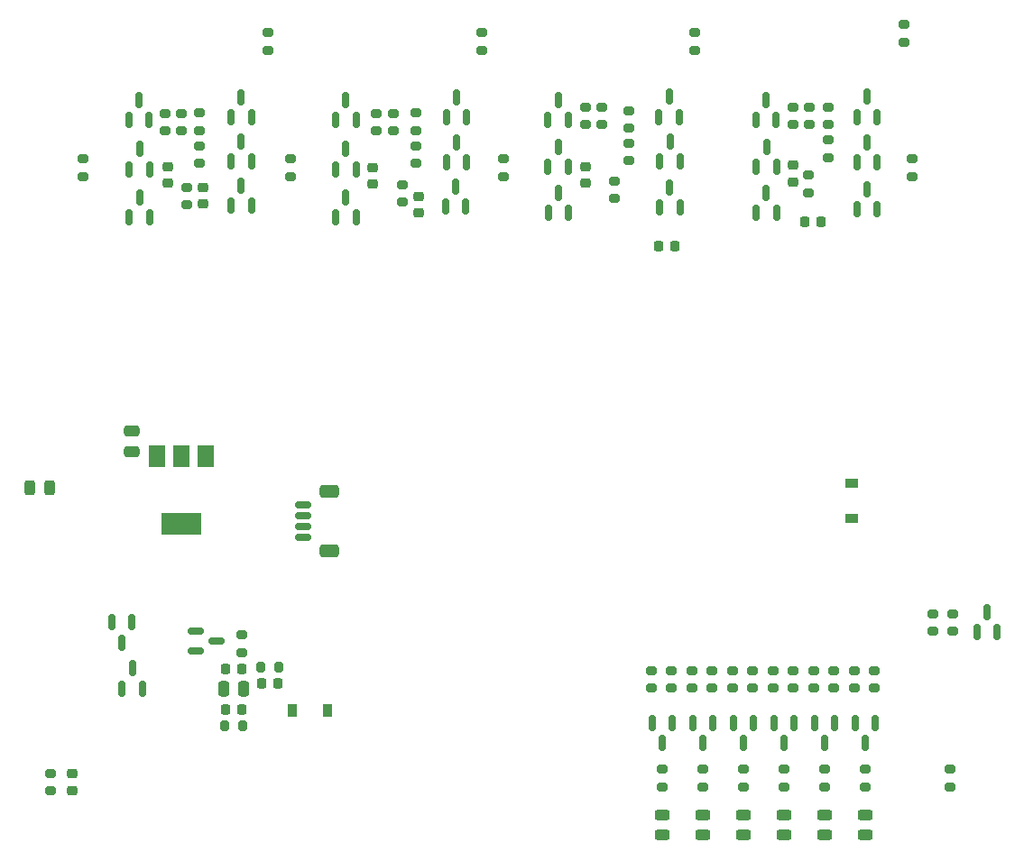
<source format=gtp>
G04 #@! TF.GenerationSoftware,KiCad,Pcbnew,9.0.4-9.0.4-0~ubuntu22.04.1*
G04 #@! TF.CreationDate,2025-09-29T06:12:51-06:00*
G04 #@! TF.ProjectId,hootswitch,686f6f74-7377-4697-9463-682e6b696361,rev?*
G04 #@! TF.SameCoordinates,Original*
G04 #@! TF.FileFunction,Paste,Top*
G04 #@! TF.FilePolarity,Positive*
%FSLAX46Y46*%
G04 Gerber Fmt 4.6, Leading zero omitted, Abs format (unit mm)*
G04 Created by KiCad (PCBNEW 9.0.4-9.0.4-0~ubuntu22.04.1) date 2025-09-29 06:12:51*
%MOMM*%
%LPD*%
G01*
G04 APERTURE LIST*
G04 Aperture macros list*
%AMRoundRect*
0 Rectangle with rounded corners*
0 $1 Rounding radius*
0 $2 $3 $4 $5 $6 $7 $8 $9 X,Y pos of 4 corners*
0 Add a 4 corners polygon primitive as box body*
4,1,4,$2,$3,$4,$5,$6,$7,$8,$9,$2,$3,0*
0 Add four circle primitives for the rounded corners*
1,1,$1+$1,$2,$3*
1,1,$1+$1,$4,$5*
1,1,$1+$1,$6,$7*
1,1,$1+$1,$8,$9*
0 Add four rect primitives between the rounded corners*
20,1,$1+$1,$2,$3,$4,$5,0*
20,1,$1+$1,$4,$5,$6,$7,0*
20,1,$1+$1,$6,$7,$8,$9,0*
20,1,$1+$1,$8,$9,$2,$3,0*%
G04 Aperture macros list end*
%ADD10RoundRect,0.200000X-0.275000X0.200000X-0.275000X-0.200000X0.275000X-0.200000X0.275000X0.200000X0*%
%ADD11RoundRect,0.150000X0.150000X-0.587500X0.150000X0.587500X-0.150000X0.587500X-0.150000X-0.587500X0*%
%ADD12RoundRect,0.200000X0.275000X-0.200000X0.275000X0.200000X-0.275000X0.200000X-0.275000X-0.200000X0*%
%ADD13RoundRect,0.243750X-0.456250X0.243750X-0.456250X-0.243750X0.456250X-0.243750X0.456250X0.243750X0*%
%ADD14RoundRect,0.225000X0.225000X0.250000X-0.225000X0.250000X-0.225000X-0.250000X0.225000X-0.250000X0*%
%ADD15RoundRect,0.225000X-0.250000X0.225000X-0.250000X-0.225000X0.250000X-0.225000X0.250000X0.225000X0*%
%ADD16RoundRect,0.218750X-0.256250X0.218750X-0.256250X-0.218750X0.256250X-0.218750X0.256250X0.218750X0*%
%ADD17RoundRect,0.243750X0.243750X0.456250X-0.243750X0.456250X-0.243750X-0.456250X0.243750X-0.456250X0*%
%ADD18RoundRect,0.150000X-0.150000X0.587500X-0.150000X-0.587500X0.150000X-0.587500X0.150000X0.587500X0*%
%ADD19RoundRect,0.150000X-0.587500X-0.150000X0.587500X-0.150000X0.587500X0.150000X-0.587500X0.150000X0*%
%ADD20R,1.500000X2.000000*%
%ADD21R,3.800000X2.000000*%
%ADD22RoundRect,0.200000X-0.200000X-0.275000X0.200000X-0.275000X0.200000X0.275000X-0.200000X0.275000X0*%
%ADD23RoundRect,0.200000X0.200000X0.275000X-0.200000X0.275000X-0.200000X-0.275000X0.200000X-0.275000X0*%
%ADD24RoundRect,0.225000X-0.225000X-0.250000X0.225000X-0.250000X0.225000X0.250000X-0.225000X0.250000X0*%
%ADD25RoundRect,0.150000X-0.625000X0.150000X-0.625000X-0.150000X0.625000X-0.150000X0.625000X0.150000X0*%
%ADD26RoundRect,0.250000X-0.650000X0.350000X-0.650000X-0.350000X0.650000X-0.350000X0.650000X0.350000X0*%
%ADD27R,0.900000X1.200000*%
%ADD28RoundRect,0.250000X0.475000X-0.250000X0.475000X0.250000X-0.475000X0.250000X-0.475000X-0.250000X0*%
%ADD29R,1.200000X0.900000*%
%ADD30RoundRect,0.250000X0.250000X0.475000X-0.250000X0.475000X-0.250000X-0.475000X0.250000X-0.475000X0*%
G04 APERTURE END LIST*
D10*
X138010000Y-76080000D03*
X138010000Y-77730000D03*
X108810000Y-69070000D03*
X108810000Y-70720000D03*
X71350000Y-80940000D03*
X71350000Y-82590000D03*
D11*
X144010000Y-85645000D03*
X145910000Y-85645000D03*
X144960000Y-83770000D03*
D12*
X120110000Y-77710000D03*
X120110000Y-76060000D03*
X125730000Y-139890000D03*
X125730000Y-138240000D03*
D10*
X79130000Y-76635000D03*
X79130000Y-78285000D03*
D11*
X125510000Y-85455000D03*
X127410000Y-85455000D03*
X126460000Y-83580000D03*
D10*
X82300000Y-76630000D03*
X82300000Y-78280000D03*
D13*
X133350000Y-142572500D03*
X133350000Y-144447500D03*
D10*
X118520000Y-76080000D03*
X118520000Y-77730000D03*
D11*
X134550000Y-77285000D03*
X136450000Y-77285000D03*
X135500000Y-75410000D03*
X115050000Y-86005000D03*
X116950000Y-86005000D03*
X116000000Y-84130000D03*
D10*
X132334000Y-128969000D03*
X132334000Y-130619000D03*
D12*
X137160000Y-139890000D03*
X137160000Y-138240000D03*
D14*
X86300000Y-128790000D03*
X84750000Y-128790000D03*
D15*
X98590000Y-81750000D03*
X98590000Y-83300000D03*
D10*
X136144000Y-128969000D03*
X136144000Y-130619000D03*
X68326000Y-138621000D03*
X68326000Y-140271000D03*
D16*
X70358000Y-138658500D03*
X70358000Y-140233500D03*
D10*
X148450000Y-68310000D03*
X148450000Y-69960000D03*
D17*
X68255000Y-111800000D03*
X66380000Y-111800000D03*
D11*
X125530000Y-81200000D03*
X127430000Y-81200000D03*
X126480000Y-79325000D03*
X95120000Y-86425000D03*
X97020000Y-86425000D03*
X96070000Y-84550000D03*
D10*
X90840000Y-80920000D03*
X90840000Y-82570000D03*
X139460000Y-82460000D03*
X139460000Y-84110000D03*
D11*
X75740000Y-81890000D03*
X77640000Y-81890000D03*
X76690000Y-80015000D03*
D18*
X75990000Y-124465000D03*
X74090000Y-124465000D03*
X75040000Y-126340000D03*
D14*
X140660000Y-86840000D03*
X139110000Y-86840000D03*
D11*
X155260000Y-125397500D03*
X157160000Y-125397500D03*
X156210000Y-123522500D03*
D18*
X134300000Y-133936500D03*
X132400000Y-133936500D03*
X133350000Y-135811500D03*
D10*
X122590000Y-79450000D03*
X122590000Y-81100000D03*
D12*
X129540000Y-139890000D03*
X129540000Y-138240000D03*
D10*
X128524000Y-128969000D03*
X128524000Y-130619000D03*
X102600000Y-79705000D03*
X102600000Y-81355000D03*
D12*
X134239000Y-130619000D03*
X134239000Y-128969000D03*
D18*
X126680000Y-133936500D03*
X124780000Y-133936500D03*
X125730000Y-135811500D03*
D19*
X82015000Y-125230000D03*
X82015000Y-127130000D03*
X83890000Y-126180000D03*
D15*
X79350000Y-81660000D03*
X79350000Y-83210000D03*
D13*
X140970000Y-142572500D03*
X140970000Y-144447500D03*
D11*
X95120000Y-77285000D03*
X97020000Y-77285000D03*
X96070000Y-75410000D03*
D12*
X80640000Y-78285000D03*
X80640000Y-76635000D03*
D13*
X125730000Y-142572500D03*
X125730000Y-144447500D03*
D12*
X126619000Y-130619000D03*
X126619000Y-128969000D03*
D11*
X134570000Y-86005000D03*
X136470000Y-86005000D03*
X135520000Y-84130000D03*
D10*
X81100000Y-83575000D03*
X81100000Y-85225000D03*
X82300000Y-79705000D03*
X82300000Y-81355000D03*
D14*
X86300000Y-132600000D03*
X84750000Y-132600000D03*
D10*
X153035000Y-123635000D03*
X153035000Y-125285000D03*
D11*
X75740000Y-86430000D03*
X77640000Y-86430000D03*
X76690000Y-84555000D03*
D20*
X82945000Y-108864000D03*
X80645000Y-108864000D03*
D21*
X80645000Y-115164000D03*
D20*
X78345000Y-108864000D03*
D10*
X151130000Y-123635000D03*
X151130000Y-125285000D03*
X102600000Y-76630000D03*
X102600000Y-78280000D03*
D22*
X88090000Y-128630000D03*
X89740000Y-128630000D03*
D14*
X89675000Y-130175000D03*
X88125000Y-130175000D03*
D23*
X86340000Y-134190000D03*
X84690000Y-134190000D03*
D18*
X138110000Y-133936500D03*
X136210000Y-133936500D03*
X137160000Y-135811500D03*
D11*
X144000000Y-76980000D03*
X145900000Y-76980000D03*
X144950000Y-75105000D03*
D10*
X121250000Y-83000000D03*
X121250000Y-84650000D03*
D24*
X125415000Y-89150000D03*
X126965000Y-89150000D03*
D11*
X105430000Y-85410000D03*
X107330000Y-85410000D03*
X106380000Y-83535000D03*
X105480000Y-81235000D03*
X107380000Y-81235000D03*
X106430000Y-79360000D03*
D12*
X100550000Y-78320000D03*
X100550000Y-76670000D03*
D11*
X95120000Y-81890000D03*
X97020000Y-81890000D03*
X96070000Y-80015000D03*
D10*
X128800000Y-69085000D03*
X128800000Y-70735000D03*
D12*
X138049000Y-130619000D03*
X138049000Y-128969000D03*
D11*
X85290000Y-77040000D03*
X87190000Y-77040000D03*
X86240000Y-75165000D03*
D10*
X101370000Y-83360000D03*
X101370000Y-85010000D03*
X141320000Y-76070000D03*
X141320000Y-77720000D03*
D15*
X138000000Y-81530000D03*
X138000000Y-83080000D03*
D11*
X115020000Y-81710000D03*
X116920000Y-81710000D03*
X115970000Y-79835000D03*
D10*
X152781000Y-138240000D03*
X152781000Y-139890000D03*
D11*
X75060000Y-130650000D03*
X76960000Y-130650000D03*
X76010000Y-128775000D03*
D12*
X140970000Y-139890000D03*
X140970000Y-138240000D03*
D11*
X85290000Y-81195000D03*
X87190000Y-81195000D03*
X86240000Y-79320000D03*
D12*
X133350000Y-139890000D03*
X133350000Y-138240000D03*
X139580000Y-77730000D03*
X139580000Y-76080000D03*
D11*
X85290000Y-85325000D03*
X87190000Y-85325000D03*
X86240000Y-83450000D03*
D25*
X92020000Y-113435000D03*
X92020000Y-114435000D03*
X92020000Y-115435000D03*
X92020000Y-116435000D03*
D26*
X94545000Y-112135000D03*
X94545000Y-117735000D03*
D10*
X88780000Y-69070000D03*
X88780000Y-70720000D03*
D15*
X118580000Y-81650000D03*
X118580000Y-83200000D03*
D10*
X141320000Y-79155000D03*
X141320000Y-80805000D03*
D11*
X105480000Y-77040000D03*
X107380000Y-77040000D03*
X106430000Y-75165000D03*
D27*
X94360000Y-132730000D03*
X91060000Y-132730000D03*
D18*
X130490000Y-133936500D03*
X128590000Y-133936500D03*
X129540000Y-135811500D03*
D10*
X143764000Y-128969000D03*
X143764000Y-130619000D03*
X124714000Y-128969000D03*
X124714000Y-130619000D03*
X110850000Y-80920000D03*
X110850000Y-82570000D03*
D15*
X102900000Y-84470000D03*
X102900000Y-86020000D03*
D28*
X75946000Y-108392000D03*
X75946000Y-106492000D03*
D12*
X144780000Y-139890000D03*
X144780000Y-138240000D03*
D11*
X125450000Y-76980000D03*
X127350000Y-76980000D03*
X126400000Y-75105000D03*
D29*
X143510000Y-111380000D03*
X143510000Y-114680000D03*
D12*
X130429000Y-130619000D03*
X130429000Y-128969000D03*
D18*
X145730000Y-133936500D03*
X143830000Y-133936500D03*
X144780000Y-135811500D03*
D12*
X141859000Y-130619000D03*
X141859000Y-128969000D03*
D11*
X134590000Y-81710000D03*
X136490000Y-81710000D03*
X135540000Y-79835000D03*
X115030000Y-77285000D03*
X116930000Y-77285000D03*
X115980000Y-75410000D03*
D10*
X98890000Y-76650000D03*
X98890000Y-78300000D03*
D11*
X144030000Y-81285000D03*
X145930000Y-81285000D03*
X144980000Y-79410000D03*
D10*
X122590000Y-76390000D03*
X122590000Y-78040000D03*
X139954000Y-128969000D03*
X139954000Y-130619000D03*
D11*
X75710000Y-77285000D03*
X77610000Y-77285000D03*
X76660000Y-75410000D03*
D15*
X82650000Y-83620000D03*
X82650000Y-85170000D03*
D12*
X145669000Y-130619000D03*
X145669000Y-128969000D03*
D13*
X129540000Y-142572500D03*
X129540000Y-144447500D03*
D12*
X86270000Y-127300000D03*
X86270000Y-125650000D03*
D10*
X149180000Y-80920000D03*
X149180000Y-82570000D03*
D18*
X141920000Y-133936500D03*
X140020000Y-133936500D03*
X140970000Y-135811500D03*
D13*
X137160000Y-142572500D03*
X137160000Y-144447500D03*
D30*
X86475000Y-130695000D03*
X84575000Y-130695000D03*
D13*
X144780000Y-142572500D03*
X144780000Y-144447500D03*
M02*

</source>
